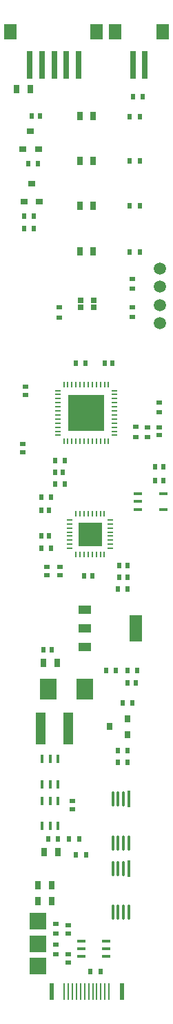
<source format=gtp>
%FSLAX25Y25*%
%MOIN*%
G70*
G01*
G75*
G04 Layer_Color=8421504*
%ADD10R,0.00984X0.03150*%
%ADD11R,0.03150X0.00984*%
%ADD12R,0.17716X0.17716*%
%ADD13R,0.07874X0.07874*%
%ADD14R,0.02362X0.02756*%
%ADD15R,0.02756X0.02362*%
%ADD16R,0.03150X0.03937*%
%ADD17R,0.02559X0.02165*%
%ADD18R,0.02165X0.02559*%
%ADD19R,0.03543X0.03150*%
%ADD20R,0.03543X0.03150*%
%ADD21R,0.01575X0.03937*%
%ADD22O,0.01181X0.07874*%
%ADD23R,0.01181X0.07874*%
%ADD24R,0.03937X0.01575*%
%ADD25R,0.02362X0.07874*%
%ADD26R,0.01063X0.07874*%
%ADD27R,0.05906X0.12992*%
%ADD28R,0.05906X0.03937*%
%ADD29R,0.03150X0.02559*%
%ADD30R,0.05118X0.15748*%
%ADD31C,0.05906*%
%ADD32R,0.03150X0.03543*%
%ADD33R,0.03150X0.03543*%
%ADD34R,0.06299X0.07480*%
%ADD35R,0.02756X0.13386*%
%ADD36R,0.07874X0.10000*%
%ADD37R,0.11417X0.11417*%
%ADD38C,0.00787*%
%ADD39C,0.01575*%
%ADD40C,0.02362*%
%ADD41C,0.01000*%
%ADD42C,0.01181*%
%ADD43R,0.05906X0.05906*%
%ADD44C,0.01969*%
%ADD45C,0.03150*%
%ADD46C,0.02756*%
%ADD47C,0.00984*%
%ADD48C,0.00500*%
%ADD49C,0.00591*%
%ADD50C,0.00394*%
%ADD51C,0.00709*%
%ADD52C,0.00197*%
%ADD53C,0.01200*%
D10*
X36287Y-178278D02*
D03*
X52035D02*
D03*
X50067D02*
D03*
X48098D02*
D03*
X46130D02*
D03*
X44161D02*
D03*
X42193D02*
D03*
X40224D02*
D03*
X38256D02*
D03*
X34319D02*
D03*
X32350D02*
D03*
X30382D02*
D03*
Y-205837D02*
D03*
X32350D02*
D03*
X34319D02*
D03*
X36287D02*
D03*
X38256D02*
D03*
X40224D02*
D03*
X42193D02*
D03*
X44161D02*
D03*
X46130D02*
D03*
X48098D02*
D03*
X50067D02*
D03*
X52035D02*
D03*
X50040Y-240718D02*
D03*
X48071D02*
D03*
X46103D02*
D03*
X44134D02*
D03*
X42166D02*
D03*
X40197D02*
D03*
X38229D02*
D03*
X36260D02*
D03*
Y-260402D02*
D03*
X38229D02*
D03*
X40197D02*
D03*
X42166D02*
D03*
X44134D02*
D03*
X46103D02*
D03*
X48071D02*
D03*
X50040D02*
D03*
D11*
X27429Y-181230D02*
D03*
Y-183199D02*
D03*
Y-185168D02*
D03*
Y-187136D02*
D03*
Y-189104D02*
D03*
Y-191073D02*
D03*
Y-193042D02*
D03*
Y-195010D02*
D03*
Y-196978D02*
D03*
Y-198947D02*
D03*
Y-200916D02*
D03*
Y-202884D02*
D03*
X54988D02*
D03*
Y-200916D02*
D03*
Y-198947D02*
D03*
Y-196978D02*
D03*
Y-195010D02*
D03*
Y-193042D02*
D03*
Y-191073D02*
D03*
Y-189104D02*
D03*
Y-187136D02*
D03*
Y-185168D02*
D03*
Y-183199D02*
D03*
Y-181230D02*
D03*
X33307Y-243670D02*
D03*
Y-245639D02*
D03*
Y-247607D02*
D03*
Y-249576D02*
D03*
Y-251544D02*
D03*
Y-253513D02*
D03*
Y-255481D02*
D03*
Y-257450D02*
D03*
X52992D02*
D03*
Y-255481D02*
D03*
Y-253513D02*
D03*
Y-251544D02*
D03*
Y-249576D02*
D03*
Y-247607D02*
D03*
Y-245639D02*
D03*
Y-243670D02*
D03*
D12*
X41209Y-192057D02*
D03*
D13*
X17890Y-459035D02*
D03*
Y-448247D02*
D03*
Y-437460D02*
D03*
D14*
X30809Y-215020D02*
D03*
X26085D02*
D03*
X61260Y-316310D02*
D03*
X65984D02*
D03*
X50878D02*
D03*
X55602D02*
D03*
X63768Y-39450D02*
D03*
X68492D02*
D03*
X30809Y-226273D02*
D03*
X26085D02*
D03*
X62348Y-48890D02*
D03*
X67072D02*
D03*
X62348Y-70460D02*
D03*
X67072D02*
D03*
X62348Y-92070D02*
D03*
X67072D02*
D03*
X62348Y-114340D02*
D03*
X67072D02*
D03*
X48062Y-461730D02*
D03*
X43338D02*
D03*
X56468Y-360710D02*
D03*
X61192D02*
D03*
X22768Y-397720D02*
D03*
X27492D02*
D03*
X56378Y-355020D02*
D03*
X61102D02*
D03*
X33008Y-397730D02*
D03*
X37732D02*
D03*
X41052Y-405500D02*
D03*
X36328D02*
D03*
X58958Y-332130D02*
D03*
X63682D02*
D03*
X15894Y-103000D02*
D03*
X11170D02*
D03*
X13318Y-71650D02*
D03*
X18042D02*
D03*
X15894Y-97050D02*
D03*
X11170D02*
D03*
X36278Y-168050D02*
D03*
X41002D02*
D03*
X24112Y-232660D02*
D03*
X19388D02*
D03*
X24122Y-257440D02*
D03*
X19398D02*
D03*
X56518Y-277000D02*
D03*
X61242D02*
D03*
D15*
X28350Y-145912D02*
D03*
Y-141188D02*
D03*
X63550Y-145792D02*
D03*
Y-141068D02*
D03*
Y-127488D02*
D03*
Y-132212D02*
D03*
X26600Y-453502D02*
D03*
Y-448778D02*
D03*
Y-443504D02*
D03*
Y-438780D02*
D03*
X76610Y-191882D02*
D03*
Y-187158D02*
D03*
X70820Y-198888D02*
D03*
Y-203612D02*
D03*
X65280Y-198878D02*
D03*
Y-203602D02*
D03*
D16*
X24556Y-427740D02*
D03*
X17864D02*
D03*
X20513Y-312866D02*
D03*
X27206D02*
D03*
X27477Y-403930D02*
D03*
X20784D02*
D03*
X38137Y-113903D02*
D03*
X44436D02*
D03*
X38137Y-92073D02*
D03*
X44436D02*
D03*
X38127Y-70423D02*
D03*
X44426D02*
D03*
X38137Y-48833D02*
D03*
X44436D02*
D03*
X24476Y-420130D02*
D03*
X17784D02*
D03*
X7664Y-35630D02*
D03*
X14356D02*
D03*
D17*
X34440Y-379343D02*
D03*
Y-383280D02*
D03*
X32650Y-439533D02*
D03*
Y-443470D02*
D03*
X32450Y-457457D02*
D03*
Y-453520D02*
D03*
X12010Y-183260D02*
D03*
Y-179323D02*
D03*
X10470Y-207100D02*
D03*
Y-211037D02*
D03*
X76610Y-198940D02*
D03*
Y-202877D02*
D03*
X22160Y-266510D02*
D03*
Y-270447D02*
D03*
X28420Y-266530D02*
D03*
Y-270467D02*
D03*
D18*
X26061Y-220670D02*
D03*
X29998D02*
D03*
X65197Y-322240D02*
D03*
X61260D02*
D03*
X20503Y-306266D02*
D03*
X24440D02*
D03*
X18947Y-48560D02*
D03*
X15010D02*
D03*
X78570Y-217890D02*
D03*
X74633D02*
D03*
X78569Y-224835D02*
D03*
X74632D02*
D03*
X50060Y-168005D02*
D03*
X53997D02*
D03*
X40190Y-270810D02*
D03*
X44127D02*
D03*
X23340Y-238890D02*
D03*
X19403D02*
D03*
X23340Y-251550D02*
D03*
X19403D02*
D03*
X57360Y-271290D02*
D03*
X61297D02*
D03*
X57360Y-265810D02*
D03*
X61297D02*
D03*
D19*
X14310Y-56150D02*
D03*
X10570Y-64811D02*
D03*
X14910Y-81250D02*
D03*
X11170Y-89911D02*
D03*
D20*
X18050Y-64811D02*
D03*
X18650Y-89911D02*
D03*
D21*
X27520Y-359158D02*
D03*
X20040D02*
D03*
X23780D02*
D03*
Y-371362D02*
D03*
X20040D02*
D03*
X27520D02*
D03*
X20040Y-391542D02*
D03*
X27520D02*
D03*
X23780D02*
D03*
Y-379338D02*
D03*
X27520D02*
D03*
X20040D02*
D03*
D22*
X54136Y-399676D02*
D03*
X56695D02*
D03*
X59254D02*
D03*
X61813D02*
D03*
X54136Y-378416D02*
D03*
X56695D02*
D03*
X59254D02*
D03*
X54136Y-433216D02*
D03*
X56695D02*
D03*
X59254D02*
D03*
X61813D02*
D03*
X54136Y-411956D02*
D03*
X56695D02*
D03*
X59254D02*
D03*
D23*
X61813Y-378416D02*
D03*
Y-411956D02*
D03*
D24*
X50922Y-454520D02*
D03*
Y-447040D02*
D03*
Y-450780D02*
D03*
X38718D02*
D03*
Y-447040D02*
D03*
Y-454520D02*
D03*
X78562Y-231080D02*
D03*
Y-238560D02*
D03*
X66358Y-234820D02*
D03*
Y-238560D02*
D03*
Y-231080D02*
D03*
D25*
X58438Y-471340D02*
D03*
X24422D02*
D03*
D26*
X52257D02*
D03*
X50288D02*
D03*
X48320D02*
D03*
X46351D02*
D03*
X44383D02*
D03*
X40446D02*
D03*
X38477D02*
D03*
X36509D02*
D03*
X34540D02*
D03*
X32572D02*
D03*
X30603D02*
D03*
X42414D02*
D03*
D27*
X65342Y-296080D02*
D03*
D28*
X40538Y-305135D02*
D03*
Y-296080D02*
D03*
Y-287025D02*
D03*
D29*
X44859Y-137733D02*
D03*
X38560D02*
D03*
X44859Y-141080D02*
D03*
X38560D02*
D03*
D30*
X19259Y-344223D02*
D03*
X32644D02*
D03*
D31*
X77030Y-140120D02*
D03*
Y-122290D02*
D03*
Y-131070D02*
D03*
Y-148830D02*
D03*
D32*
X52530Y-343550D02*
D03*
X61191Y-347290D02*
D03*
D33*
Y-339810D02*
D03*
D34*
X78067Y-8120D02*
D03*
X55272D02*
D03*
X46183Y-8049D02*
D03*
X4687D02*
D03*
D35*
X69642Y-24098D02*
D03*
X63736D02*
D03*
X13978Y-24027D02*
D03*
X19884D02*
D03*
X25789D02*
D03*
X31695D02*
D03*
X37600D02*
D03*
D36*
X40660Y-325270D02*
D03*
X22943D02*
D03*
D37*
X43150Y-250560D02*
D03*
M02*

</source>
